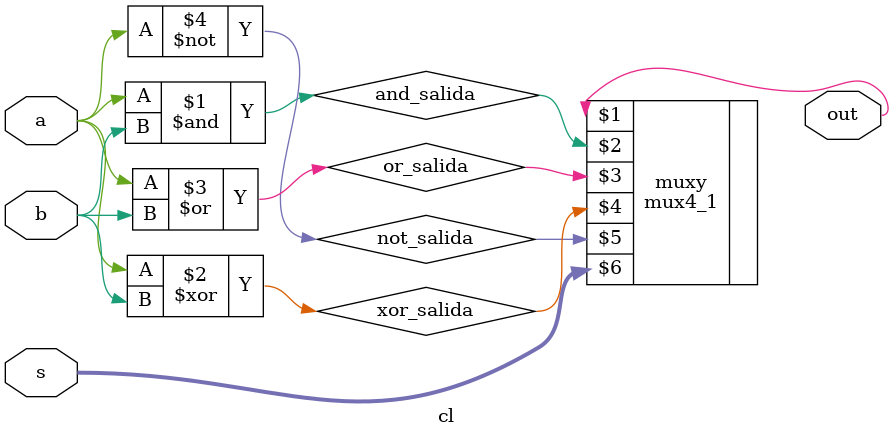
<source format=v>

module cl(output wire out, input wire a, b, input wire [1:0] s);
	wire and_salida, xor_salida, or_salida, not_salida;
	and and1(and_salida,a,b);
	not not1(not_salida,a);
	xor xor1(xor_salida,a,b);
	or or1(or_salida,a,b);

	mux4_1 muxy(out,and_salida,or_salida,xor_salida,not_salida, s);

endmodule

</source>
